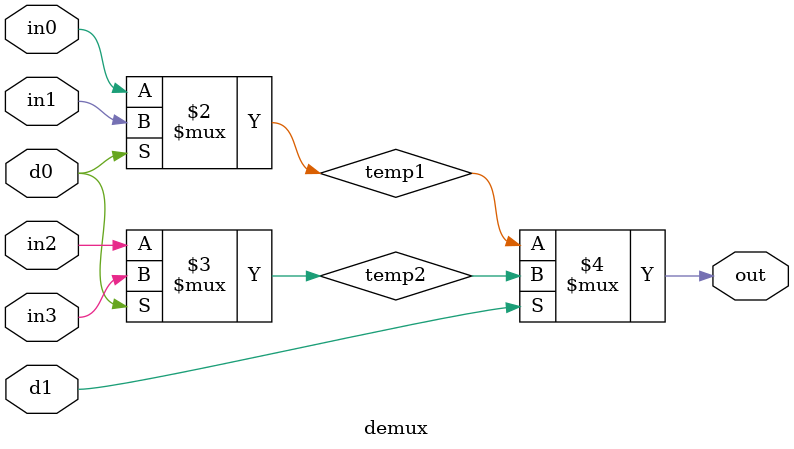
<source format=v>
/*
 Andrew Mattheisen amattheisen@yahoo.com
 Zhiyang Ong zhiyang@ieee.org

 EE-577b 2007 fall
 VITERBI DECODER 
 2-4demux module used in spdu module
*/

module demux (in0, in1, in2, in3, d0, d1, out);

   // outputs
   output  	out;
   
   // inputs
   input  	in0, in1, in2, in3;
   input 	d0, d1; 
   
   // registers
   reg temp1, temp2, out;
   
   always@(in0 or in1 or in2 or in3 or d0 or d1)
     begin
       temp1 = d0?in1:in0;
       temp2 = d0?in3:in2;
       out =  d1?temp2:temp1;     
     end // always@(in0 or in1 or in2 or in3 or d0 or d1)

endmodule

</source>
